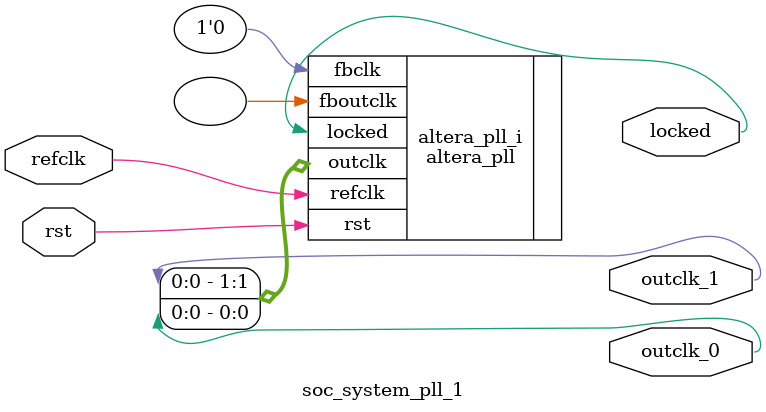
<source format=v>
`timescale 1ns/10ps
module  soc_system_pll_1(

	// interface 'refclk'
	input wire refclk,

	// interface 'reset'
	input wire rst,

	// interface 'outclk0'
	output wire outclk_0,

	// interface 'outclk1'
	output wire outclk_1,

	// interface 'locked'
	output wire locked
);

	altera_pll #(
		.fractional_vco_multiplier("true"),
		.reference_clock_frequency("50.0 MHz"),
		.operation_mode("direct"),
		.number_of_clocks(2),
		.output_clock_frequency0("148.499994 MHz"),
		.phase_shift0("0 ps"),
		.duty_cycle0(50),
		.output_clock_frequency1("23.951611 MHz"),
		.phase_shift1("0 ps"),
		.duty_cycle1(50),
		.output_clock_frequency2("0 MHz"),
		.phase_shift2("0 ps"),
		.duty_cycle2(50),
		.output_clock_frequency3("0 MHz"),
		.phase_shift3("0 ps"),
		.duty_cycle3(50),
		.output_clock_frequency4("0 MHz"),
		.phase_shift4("0 ps"),
		.duty_cycle4(50),
		.output_clock_frequency5("0 MHz"),
		.phase_shift5("0 ps"),
		.duty_cycle5(50),
		.output_clock_frequency6("0 MHz"),
		.phase_shift6("0 ps"),
		.duty_cycle6(50),
		.output_clock_frequency7("0 MHz"),
		.phase_shift7("0 ps"),
		.duty_cycle7(50),
		.output_clock_frequency8("0 MHz"),
		.phase_shift8("0 ps"),
		.duty_cycle8(50),
		.output_clock_frequency9("0 MHz"),
		.phase_shift9("0 ps"),
		.duty_cycle9(50),
		.output_clock_frequency10("0 MHz"),
		.phase_shift10("0 ps"),
		.duty_cycle10(50),
		.output_clock_frequency11("0 MHz"),
		.phase_shift11("0 ps"),
		.duty_cycle11(50),
		.output_clock_frequency12("0 MHz"),
		.phase_shift12("0 ps"),
		.duty_cycle12(50),
		.output_clock_frequency13("0 MHz"),
		.phase_shift13("0 ps"),
		.duty_cycle13(50),
		.output_clock_frequency14("0 MHz"),
		.phase_shift14("0 ps"),
		.duty_cycle14(50),
		.output_clock_frequency15("0 MHz"),
		.phase_shift15("0 ps"),
		.duty_cycle15(50),
		.output_clock_frequency16("0 MHz"),
		.phase_shift16("0 ps"),
		.duty_cycle16(50),
		.output_clock_frequency17("0 MHz"),
		.phase_shift17("0 ps"),
		.duty_cycle17(50),
		.pll_type("General"),
		.pll_subtype("General")
	) altera_pll_i (
		.rst	(rst),
		.outclk	({outclk_1, outclk_0}),
		.locked	(locked),
		.fboutclk	( ),
		.fbclk	(1'b0),
		.refclk	(refclk)
	);
endmodule


</source>
